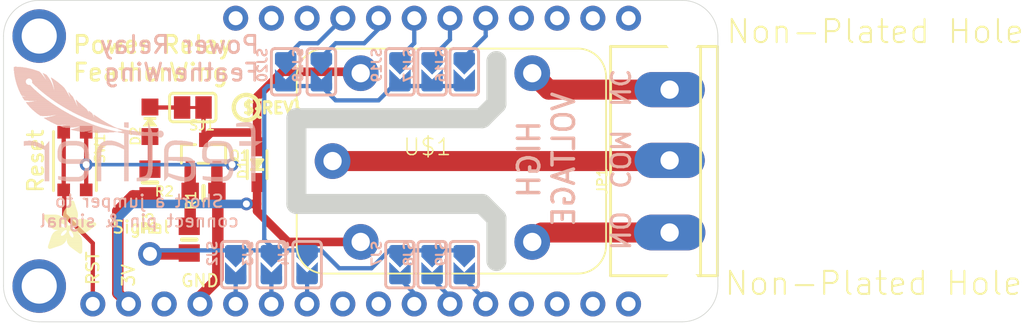
<source format=kicad_pcb>
(kicad_pcb (version 20221018) (generator pcbnew)
  (layers (0 "F.Cu" signal) (31 "B.Cu" signal) (34 "B.Paste" user) (35 "F.Paste" user) (36 "B.SilkS" user "B.Silkscreen") (37 "F.SilkS" user "F.Silkscreen") (38 "B.Mask" user) (39 "F.Mask" user) (44 "Edge.Cuts" user))
  (net 0 "")
  (net 1 "GND")
  (net 2 "N$1")
  (net 3 "N$2")
  (net 4 "N$3")
  (net 5 "3.3V")
  (net 6 "N$4")
  (net 7 "N$22")
  (net 8 "N$26")
  (net 9 "N$25")
  (net 10 "N$7")
  (net 11 "N$8")
  (net 12 "N$9")
  (net 13 "N$10")
  (net 14 "N$11")
  (net 15 "N$12")
  (net 16 "N$13")
  (net 17 "N$14")
  (net 18 "N$15")
  (net 19 "N$18")
  (net 20 "VBAT")
  (net 21 "USB")
  (net 22 "N$16")
  (net 23 "N$17")
  (net 24 "N$19")
  (net 25 "N$20")
  (net 26 "N$21")
  (net 27 "RELAYSIGNAL")
  (footprint "working:SOD-323" (layer "F.Cu") (at 141.1351 105.2576 90)
    (fp_text reference "D1" (at -1.1 -1 90) (layer "F.SilkS") (effects (font (size 0.692831 0.692831) (thickness 0.119969)) (justify left)))
    (fp_text value "1N4148")
    (pad "A" smd rect (at 1.27 0 90) (size 1.35 0.8) (layers "F.Cu" "F.Paste" "F.Mask") (net 6 "N$4"))
    (pad "C" smd rect (at -1.27 0 90) (size 1.35 0.8) (layers "F.Cu" "F.Paste" "F.Mask") (net 5 "3.3V"))
  )
  (footprint "working:RELAY_G5LE-1" (layer "F.Cu") (at 154.8511 105.0036)
    (fp_text reference "U$1" (at -3.4 -1) (layer "F.SilkS") (effects (font (size 1.165987 1.165987) (thickness 0.104013)) (justify left)))
    (fp_text value "RELAY_G5LE")
    (pad "1" thru_hole circle (at -8.35 0) (size 2.54 2.54) (drill 1.3) (layers "*.Cu" "*.Mask") (net 2 "N$1"))
    (pad "2" thru_hole circle (at -6.35 5.75) (size 2.54 2.54) (drill 1.3) (layers "*.Cu" "*.Mask") (net 5 "3.3V"))
    (pad "3" thru_hole circle (at 5.85 5.75) (size 2.54 2.54) (drill 1.3) (layers "*.Cu" "*.Mask") (net 3 "N$2"))
    (pad "4" thru_hole circle (at 5.85 -6.25) (size 2.54 2.54) (drill 1.3) (layers "*.Cu" "*.Mask") (net 4 "N$3"))
    (pad "5" thru_hole circle (at -6.35 -6.25) (size 2.54 2.54) (drill 1.3) (layers "*.Cu" "*.Mask") (net 6 "N$4"))
  )
  (footprint "working:CHIPLED_0805_NOOUTLINE" (layer "F.Cu") (at 133.5151 102.2096)
    (fp_text reference "D2" (at -1.016 1.778 90) (layer "F.SilkS") (effects (font (size 0.692831 0.692831) (thickness 0.119969)) (justify left)))
    (fp_text value "RED")
    (pad "A" smd rect (at 0 1.05) (size 1.2 1.2) (layers "F.Cu" "F.Paste" "F.Mask") (net 8 "N$26"))
    (pad "C" smd rect (at 0 -1.05) (size 1.2 1.2) (layers "F.Cu" "F.Paste" "F.Mask") (net 9 "N$25"))
  )
  (footprint "working:SOLDERJUMPER_CLOSEDWIRE" (layer "F.Cu") (at 136.5631 101.1936 180)
    (fp_text reference "SJ1" (at -1.651 -1.27) (layer "F.SilkS") (effects (font (size 0.692831 0.692831) (thickness 0.119969)) (justify right)))
    (fp_text value "")
    (pad "1" smd rect (at -0.762 0 180) (size 1.1684 1.6002) (layers "F.Cu" "F.Mask") (net 6 "N$4"))
    (pad "2" smd rect (at 0.762 0 180) (size 1.1684 1.6002) (layers "F.Cu" "F.Mask") (net 9 "N$25"))
    (pad "WIRE" smd rect (at 0 0 180) (size 0.635 0.2032) (layers "F.Cu" "F.Mask"))
  )
  (footprint "working:0805-NO" (layer "F.Cu") (at 133.5151 106.5276 -90)
    (fp_text reference "R3" (at 2.032 0.127 90) (layer "F.SilkS") (effects (font (size 0.692831 0.692831) (thickness 0.119969)) (justify right)))
    (fp_text value "1K")
    (pad "1" smd rect (at -0.95 0 270) (size 1.24 1.5) (layers "F.Cu" "F.Paste" "F.Mask") (net 8 "N$26"))
    (pad "2" smd rect (at 0.95 0 270) (size 1.24 1.5) (layers "F.Cu" "F.Paste" "F.Mask") (net 5 "3.3V"))
  )
  (footprint "working:FEATHERWING" (layer "F.Cu") (at 123.1011 116.4336)
    (fp_text reference "MS2" hide)
    (fp_text value "FEATHERWING" hide)
    (fp_line (start 0 -20.32) (end 0 -2.54) (stroke (width 0.05)) (layer "Edge.Cuts"))
    (fp_line (start 2.54 0) (end 48.26 0) (stroke (width 0.05)) (layer "Edge.Cuts"))
    (fp_line (start 48.26 -22.86) (end 2.54 -22.86) (stroke (width 0.05)) (layer "Edge.Cuts"))
    (fp_line (start 50.8 -2.54) (end 50.8 -20.32) (stroke (width 0.05)) (layer "Edge.Cuts"))
    (fp_arc (start 0 -20.32) (mid 0.743949 -22.116051) (end 2.54 -22.86) (stroke (width 0.05)) (layer "Edge.Cuts"))
    (fp_arc (start 2.54 0) (mid 0.743949 -0.743949) (end 0 -2.54) (stroke (width 0.05)) (layer "Edge.Cuts"))
    (fp_arc (start 48.26 -22.86) (mid 50.056051 -22.116051) (end 50.8 -20.32) (stroke (width 0.05)) (layer "Edge.Cuts"))
    (fp_arc (start 50.8 -2.54) (mid 50.056051 -0.743949) (end 48.26 0) (stroke (width 0.05)) (layer "Edge.Cuts"))
    (pad "" np_thru_hole circle (at 48.26 -20.32) (size 2.54 2.54) (drill 2.54) (layers "*.Cu" "*.Mask"))
    (pad "" np_thru_hole circle (at 48.26 -2.54) (size 2.54 2.54) (drill 2.54) (layers "*.Cu" "*.Mask"))
    (pad "1" thru_hole circle (at 6.35 -1.27) (size 1.778 1.778) (drill 1) (layers "*.Cu" "*.Mask") (net 19 "N$18"))
    (pad "2" thru_hole circle (at 8.89 -1.27) (size 1.778 1.778) (drill 1) (layers "*.Cu" "*.Mask") (net 5 "3.3V"))
    (pad "3" thru_hole circle (at 11.43 -1.27) (size 1.778 1.778) (drill 1) (layers "*.Cu" "*.Mask"))
    (pad "4" thru_hole circle (at 13.97 -1.27) (size 1.778 1.778) (drill 1) (layers "*.Cu" "*.Mask") (net 1 "GND"))
    (pad "5" thru_hole circle (at 16.51 -1.27) (size 1.778 1.778) (drill 1) (layers "*.Cu" "*.Mask") (net 18 "N$15"))
    (pad "6" thru_hole circle (at 19.05 -1.27) (size 1.778 1.778) (drill 1) (layers "*.Cu" "*.Mask") (net 17 "N$14"))
    (pad "7" thru_hole circle (at 21.59 -1.27) (size 1.778 1.778) (drill 1) (layers "*.Cu" "*.Mask") (net 16 "N$13"))
    (pad "8" thru_hole circle (at 24.13 -1.27) (size 1.778 1.778) (drill 1) (layers "*.Cu" "*.Mask") (net 15 "N$12"))
    (pad "9" thru_hole circle (at 26.67 -1.27) (size 1.778 1.778) (drill 1) (layers "*.Cu" "*.Mask") (net 14 "N$11"))
    (pad "10" thru_hole circle (at 29.21 -1.27) (size 1.778 1.778) (drill 1) (layers "*.Cu" "*.Mask") (net 13 "N$10"))
    (pad "11" thru_hole circle (at 31.75 -1.27) (size 1.778 1.778) (drill 1) (layers "*.Cu" "*.Mask") (net 12 "N$9"))
    (pad "12" thru_hole circle (at 34.29 -1.27) (size 1.778 1.778) (drill 1) (layers "*.Cu" "*.Mask") (net 11 "N$8"))
    (pad "13" thru_hole circle (at 36.83 -1.27) (size 1.778 1.778) (drill 1) (layers "*.Cu" "*.Mask") (net 10 "N$7"))
    (pad "14" thru_hole circle (at 39.37 -1.27) (size 1.778 1.778) (drill 1) (layers "*.Cu" "*.Mask"))
    (pad "15" thru_hole circle (at 41.91 -1.27) (size 1.778 1.778) (drill 1) (layers "*.Cu" "*.Mask"))
    (pad "16" thru_hole circle (at 44.45 -1.27) (size 1.778 1.778) (drill 1) (layers "*.Cu" "*.Mask"))
    (pad "17" thru_hole circle (at 44.45 -21.59) (size 1.778 1.778) (drill 1) (layers "*.Cu" "*.Mask"))
    (pad "18" thru_hole circle (at 41.91 -21.59) (size 1.778 1.778) (drill 1) (layers "*.Cu" "*.Mask"))
    (pad "19" thru_hole circle (at 39.37 -21.59) (size 1.778 1.778) (drill 1) (layers "*.Cu" "*.Mask"))
    (pad "20" thru_hole circle (at 36.83 -21.59) (size 1.778 1.778) (drill 1) (layers "*.Cu" "*.Mask"))
    (pad "21" thru_hole circle (at 34.29 -21.59) (size 1.778 1.778) (drill 1) (layers "*.Cu" "*.Mask") (net 26 "N$21"))
    (pad "22" thru_hole circle (at 31.75 -21.59) (size 1.778 1.778) (drill 1) (layers "*.Cu" "*.Mask") (net 25 "N$20"))
    (pad "23" thru_hole circle (at 29.21 -21.59) (size 1.778 1.778) (drill 1) (layers "*.Cu" "*.Mask") (net 24 "N$19"))
    (pad "24" thru_hole circle (at 26.67 -21.59) (size 1.778 1.778) (drill 1) (layers "*.Cu" "*.Mask") (net 23 "N$17"))
    (pad "25" thru_hole circle (at 24.13 -21.59) (size 1.778 1.778) (drill 1) (layers "*.Cu" "*.Mask") (net 22 "N$16"))
    (pad "26" thru_hole circle (at 21.59 -21.59) (size 1.778 1.778) (drill 1) (layers "*.Cu" "*.Mask") (net 21 "USB"))
    (pad "27" thru_hole circle (at 19.05 -21.59) (size 1.778 1.778) (drill 1) (layers "*.Cu" "*.Mask"))
    (pad "28" thru_hole circle (at 16.51 -21.59) (size 1.778 1.778) (drill 1) (layers "*.Cu" "*.Mask") (net 20 "VBAT"))
    (pad "P$1" thru_hole circle (at 2.54 -20.32) (size 3.81 3.81) (drill 2.5) (layers "*.Cu" "*.Mask"))
    (pad "P$2" thru_hole circle (at 2.54 -2.54) (size 3.81 3.81) (drill 2.5) (layers "*.Cu" "*.Mask"))
  )
  (footprint "working:0805-NO" (layer "F.Cu") (at 137.3251 107.2896 180)
    (fp_text reference "R2" (at 2.032 0.127) (layer "F.SilkS") (effects (font (size 0.692831 0.692831) (thickness 0.119969)) (justify right)))
    (fp_text value "10K")
    (pad "1" smd rect (at -0.95 0 180) (size 1.24 1.5) (layers "F.Cu" "F.Paste" "F.Mask") (net 1 "GND"))
    (pad "2" smd rect (at 0.95 0 180) (size 1.24 1.5) (layers "F.Cu" "F.Paste" "F.Mask") (net 7 "N$22"))
  )
  (footprint "working:PCBFEAT-REV-040" (layer "F.Cu") (at 140.3731 101.1936)
    (fp_text reference "U$5" hide)
    (fp_text value "" hide)
    (fp_text user "${REV}" (at -0.3556 0.508) (layer "F.SilkS") (effects (font (size 0.8128 0.8128) (thickness 0.2032)) (justify left bottom)))
  )
  (footprint "working:BTN_KMR2_4.6X2.8" (layer "F.Cu") (at 128.1811 105.0036 -90)
    (fp_text reference "SW1" (at -2.032 -1.778 90) (layer "F.SilkS") (effects (font (size 0.692831 0.692831) (thickness 0.119969)) (justify right)))
    (fp_text value "KMR2")
    (pad "A" smd rect (at 2.05 -0.8 270) (size 0.9 0.9) (layers "F.Cu" "F.Paste" "F.Mask") (net 1 "GND"))
    (pad "A'" smd rect (at -2.05 -0.8 270) (size 0.9 0.9) (layers "F.Cu" "F.Paste" "F.Mask") (net 1 "GND"))
    (pad "B" smd rect (at 2.05 0.8 270) (size 0.9 0.9) (layers "F.Cu" "F.Paste" "F.Mask") (net 19 "N$18"))
    (pad "B'" smd rect (at -2.05 0.8 270) (size 0.9 0.9) (layers "F.Cu" "F.Paste" "F.Mask") (net 19 "N$18"))
  )
  (footprint "working:TERMBLOCK_1X3_5.08MM" (layer "F.Cu") (at 170.4721 105.0036 90)
    (fp_text reference "JP1" (at -2.45 -4.79 90) (layer "F.SilkS") (effects (font (size 0.692831 0.692831) (thickness 0.119969)) (justify left)))
    (fp_text value "")
    (pad "1" thru_hole oval (at 5.08 0 180) (size 5 2.5) (drill 1.3) (layers "*.Cu" "*.Mask") (net 4 "N$3"))
    (pad "2" thru_hole oval (at 0.05 0 180) (size 5 2.5) (drill 1.3) (layers "*.Cu" "*.Mask") (net 2 "N$1"))
    (pad "3" thru_hole oval (at -5.08 0 180) (size 5.08 2.54) (drill 1.3) (layers "*.Cu" "*.Mask") (net 3 "N$2"))
  )
  (footprint "working:1X01_ROUND" (layer "F.Cu") (at 133.5151 111.6076)
    (fp_text reference "JP2" (at -1.3462 -1.8288) (layer "F.SilkS") (effects (font (size 0.692831 0.692831) (thickness 0.119969)) (justify left)))
    (fp_text value "")
    (pad "1" thru_hole circle (at 0 0 90) (size 1.6764 1.6764) (drill 1) (layers "*.Cu" "*.Mask") (net 27 "RELAYSIGNAL"))
  )
  (footprint "working:SOT23-R" (layer "F.Cu") (at 137.3251 104.4956)
    (fp_text reference "Q1" (at 1.778 0.127) (layer "F.SilkS") (effects (font (size 0.692831 0.692831) (thickness 0.119969)) (justify left)))
    (fp_text value "MMBT2222")
    (pad "1" smd rect (at -0.95 1) (size 0.635 1.016) (layers "F.Cu" "F.Paste" "F.Mask") (net 7 "N$22"))
    (pad "2" smd rect (at 0.95 1) (size 0.635 1.016) (layers "F.Cu" "F.Paste" "F.Mask") (net 1 "GND"))
    (pad "3" smd rect (at 0 -1) (size 0.635 1.016) (layers "F.Cu" "F.Paste" "F.Mask") (net 6 "N$4"))
  )
  (footprint "working:ADAFRUIT_3.5MM" (layer "F.Cu") (at 125.8951 111.6076)
    (fp_text reference "U$6" hide)
    (fp_text value "" hide)
  )
  (footprint "working:0805-NO" (layer "F.Cu") (at 136.3091 110.5916 90)
    (fp_text reference "R1" (at 2.032 0.127 90) (layer "F.SilkS") (effects (font (size 0.692831 0.692831) (thickness 0.119969)) (justify left)))
    (fp_text value "1K")
    (pad "1" smd rect (at -0.95 0 90) (size 1.24 1.5) (layers "F.Cu" "F.Paste" "F.Mask") (net 27 "RELAYSIGNAL"))
    (pad "2" smd rect (at 0.95 0 90) (size 1.24 1.5) (layers "F.Cu" "F.Paste" "F.Mask") (net 7 "N$22"))
  )
  (footprint "working:SOLDERJUMPER_ARROW_NOPASTE" (layer "B.Cu") (at 143.1671 98.6536 -90)
    (fp_text reference "SJ20" (at -1.778 1.27 90) (layer "B.SilkS") (effects (font (size 0.666496 0.666496) (thickness 0.146304)) (justify left bottom mirror)))
    (fp_text value "")
    (fp_poly (pts (xy 0.201021 0) (xy -0.560979 -0.762) (xy -1.1684 -0.762) (xy -1.1684 0.762) (xy -0.560979 0.762)) (fill solid) (layer "B.Cu"))
    (fp_poly (pts (xy 1.1684 -0.762) (xy -0.186831 -0.762) (xy 0.548892 0) (xy -0.186831 0.762) (xy 1.1684 0.762)) (fill solid) (layer "B.Cu"))
    (pad "1" smd roundrect (at -1.016 0 270) (size 0.762 1.524) (layers "B.Cu") (net 22 "N$16"))
    (pad "2" smd roundrect (at 1.016 0 270) (size 0.762 1.524) (layers "B.Cu") (net 27 "RELAYSIGNAL"))
  )
  (footprint "working:SOLDERJUMPER_ARROW_NOPASTE" (layer "B.Cu") (at 153.5811 98.6536 -90)
    (fp_text reference "SJ17" (at -1.778 1.27 90) (layer "B.SilkS") (effects (font (size 0.666496 0.666496) (thickness 0.146304)) (justify left bottom mirror)))
    (fp_text value "")
    (fp_poly (pts (xy 0.201021 0) (xy -0.560979 -0.762) (xy -1.1684 -0.762) (xy -1.1684 0.762) (xy -0.560979 0.762)) (fill solid) (layer "B.Cu"))
    (fp_poly (pts (xy 1.1684 -0.762) (xy -0.186831 -0.762) (xy 0.548892 0) (xy -0.186831 0.762) (xy 1.1684 0.762)) (fill solid) (layer "B.Cu"))
    (pad "1" smd roundrect (at -1.016 0 270) (size 0.762 1.524) (layers "B.Cu") (net 25 "N$20"))
    (pad "2" smd roundrect (at 1.016 0 270) (size 0.762 1.524) (layers "B.Cu") (net 27 "RELAYSIGNAL"))
  )
  (footprint "working:SOLDERJUMPER_ARROW_NOPASTE" (layer "B.Cu") (at 151.2951 112.3696 -90)
    (fp_text reference "SJ7" (at -1.778 1.27 90) (layer "B.SilkS") (effects (font (size 0.666496 0.666496) (thickness 0.146304)) (justify left bottom mirror)))
    (fp_text value "")
    (fp_poly (pts (xy 0.201021 0) (xy -0.560979 -0.762) (xy -1.1684 -0.762) (xy -1.1684 0.762) (xy -0.560979 0.762)) (fill solid) (layer "B.Cu"))
    (fp_poly (pts (xy 1.1684 -0.762) (xy -0.186831 -0.762) (xy 0.548892 0) (xy -0.186831 0.762) (xy 1.1684 0.762)) (fill solid) (layer "B.Cu"))
    (pad "1" smd roundrect (at -1.016 0 270) (size 0.762 1.524) (layers "B.Cu") (net 27 "RELAYSIGNAL"))
    (pad "2" smd roundrect (at 1.016 0 270) (size 0.762 1.524) (layers "B.Cu") (net 13 "N$10"))
  )
  (footprint "working:SOLDERJUMPER_ARROW_NOPASTE" (layer "B.Cu") (at 155.8671 112.3696 -90)
    (fp_text reference "SJ9" (at -1.778 1.27 90) (layer "B.SilkS") (effects (font (size 0.666496 0.666496) (thickness 0.146304)) (justify left bottom mirror)))
    (fp_text value "")
    (fp_poly (pts (xy 0.201021 0) (xy -0.560979 -0.762) (xy -1.1684 -0.762) (xy -1.1684 0.762) (xy -0.560979 0.762)) (fill solid) (layer "B.Cu"))
    (fp_poly (pts (xy 1.1684 -0.762) (xy -0.186831 -0.762) (xy 0.548892 0) (xy -0.186831 0.762) (xy 1.1684 0.762)) (fill solid) (layer "B.Cu"))
    (pad "1" smd roundrect (at -1.016 0 270) (size 0.762 1.524) (layers "B.Cu") (net 27 "RELAYSIGNAL"))
    (pad "2" smd roundrect (at 1.016 0 270) (size 0.762 1.524) (layers "B.Cu") (net 11 "N$8"))
  )
  (footprint "working:FEATHERLOGO_MED" (layer "B.Cu") (at 141.6431 106.5276 180)
    (fp_text reference "U$7" hide)
    (fp_text value "" hide)
  )
  (footprint "working:SOLDERJUMPER_ARROW_NOPASTE" (layer "B.Cu") (at 151.2951 98.6536 -90)
    (fp_text reference "SJ19" (at -1.778 1.27 90) (layer "B.SilkS") (effects (font (size 0.666496 0.666496) (thickness 0.146304)) (justify left bottom mirror)))
    (fp_text value "")
    (fp_poly (pts (xy 0.201021 0) (xy -0.560979 -0.762) (xy -1.1684 -0.762) (xy -1.1684 0.762) (xy -0.560979 0.762)) (fill solid) (layer "B.Cu"))
    (fp_poly (pts (xy 1.1684 -0.762) (xy -0.186831 -0.762) (xy 0.548892 0) (xy -0.186831 0.762) (xy 1.1684 0.762)) (fill solid) (layer "B.Cu"))
    (pad "1" smd roundrect (at -1.016 0 270) (size 0.762 1.524) (layers "B.Cu") (net 24 "N$19"))
    (pad "2" smd roundrect (at 1.016 0 270) (size 0.762 1.524) (layers "B.Cu") (net 27 "RELAYSIGNAL"))
  )
  (footprint "working:SOLDERJUMPER_ARROW_NOPASTE" (layer "B.Cu") (at 144.6911 112.3696 -90)
    (fp_text reference "SJ4" (at -1.778 1.27 90) (layer "B.SilkS") (effects (font (size 0.666496 0.666496) (thickness 0.146304)) (justify left bottom mirror)))
    (fp_text value "")
    (fp_poly (pts (xy 0.201021 0) (xy -0.560979 -0.762) (xy -1.1684 -0.762) (xy -1.1684 0.762) (xy -0.560979 0.762)) (fill solid) (layer "B.Cu"))
    (fp_poly (pts (xy 1.1684 -0.762) (xy -0.186831 -0.762) (xy 0.548892 0) (xy -0.186831 0.762) (xy 1.1684 0.762)) (fill solid) (layer "B.Cu"))
    (pad "1" smd roundrect (at -1.016 0 270) (size 0.762 1.524) (layers "B.Cu") (net 27 "RELAYSIGNAL"))
    (pad "2" smd roundrect (at 1.016 0 270) (size 0.762 1.524) (layers "B.Cu") (net 16 "N$13"))
  )
  (footprint "working:SOLDERJUMPER_ARROW_NOPASTE" (layer "B.Cu") (at 153.5811 112.3696 -90)
    (fp_text reference "SJ8" (at -1.778 1.27 90) (layer "B.SilkS") (effects (font (size 0.666496 0.666496) (thickness 0.146304)) (justify left bottom mirror)))
    (fp_text value "")
    (fp_poly (pts (xy 0.201021 0) (xy -0.560979 -0.762) (xy -1.1684 -0.762) (xy -1.1684 0.762) (xy -0.560979 0.762)) (fill solid) (layer "B.Cu"))
    (fp_poly (pts (xy 1.1684 -0.762) (xy -0.186831 -0.762) (xy 0.548892 0) (xy -0.186831 0.762) (xy 1.1684 0.762)) (fill solid) (layer "B.Cu"))
    (pad "1" smd roundrect (at -1.016 0 270) (size 0.762 1.524) (layers "B.Cu") (net 27 "RELAYSIGNAL"))
    (pad "2" smd roundrect (at 1.016 0 270) (size 0.762 1.524) (layers "B.Cu") (net 12 "N$9"))
  )
  (footprint "working:SOLDERJUMPER_ARROW_NOPASTE" (layer "B.Cu") (at 139.6111 112.3696 -90)
    (fp_text reference "SJ2" (at -1.778 1.27 90) (layer "B.SilkS") (effects (font (size 0.666496 0.666496) (thickness 0.146304)) (justify left bottom mirror)))
    (fp_text value "")
    (fp_poly (pts (xy 0.201021 0) (xy -0.560979 -0.762) (xy -1.1684 -0.762) (xy -1.1684 0.762) (xy -0.560979 0.762)) (fill solid) (layer "B.Cu"))
    (fp_poly (pts (xy 1.1684 -0.762) (xy -0.186831 -0.762) (xy 0.548892 0) (xy -0.186831 0.762) (xy 1.1684 0.762)) (fill solid) (layer "B.Cu"))
    (pad "1" smd roundrect (at -1.016 0 270) (size 0.762 1.524) (layers "B.Cu") (net 27 "RELAYSIGNAL"))
    (pad "2" smd roundrect (at 1.016 0 270) (size 0.762 1.524) (layers "B.Cu") (net 18 "N$15"))
  )
  (footprint "working:SOLDERJUMPER_ARROW_NOPASTE" (layer "B.Cu") (at 145.7071 98.6536 -90)
    (fp_text reference "SJ18" (at -1.778 1.27 90) (layer "B.SilkS") (effects (font (size 0.666496 0.666496) (thickness 0.146304)) (justify left bottom mirror)))
    (fp_text value "")
    (fp_poly (pts (xy 0.201021 0) (xy -0.560979 -0.762) (xy -1.1684 -0.762) (xy -1.1684 0.762) (xy -0.560979 0.762)) (fill solid) (layer "B.Cu"))
    (fp_poly (pts (xy 1.1684 -0.762) (xy -0.186831 -0.762) (xy 0.548892 0) (xy -0.186831 0.762) (xy 1.1684 0.762)) (fill solid) (layer "B.Cu"))
    (pad "1" smd roundrect (at -1.016 0 270) (size 0.762 1.524) (layers "B.Cu") (net 23 "N$17"))
    (pad "2" smd roundrect (at 1.016 0 270) (size 0.762 1.524) (layers "B.Cu") (net 27 "RELAYSIGNAL"))
  )
  (footprint "working:SOLDERJUMPER_ARROW_NOPASTE" (layer "B.Cu") (at 142.1511 112.3696 -90)
    (fp_text reference "SJ3" (at -1.778 1.27 90) (layer "B.SilkS") (effects (font (size 0.666496 0.666496) (thickness 0.146304)) (justify left bottom mirror)))
    (fp_text value "")
    (fp_poly (pts (xy 0.201021 0) (xy -0.560979 -0.762) (xy -1.1684 -0.762) (xy -1.1684 0.762) (xy -0.560979 0.762)) (fill solid) (layer "B.Cu"))
    (fp_poly (pts (xy 1.1684 -0.762) (xy -0.186831 -0.762) (xy 0.548892 0) (xy -0.186831 0.762) (xy 1.1684 0.762)) (fill solid) (layer "B.Cu"))
    (pad "1" smd roundrect (at -1.016 0 270) (size 0.762 1.524) (layers "B.Cu") (net 27 "RELAYSIGNAL"))
    (pad "2" smd roundrect (at 1.016 0 270) (size 0.762 1.524) (layers "B.Cu") (net 17 "N$14"))
  )
  (footprint "working:SOLDERJUMPER_ARROW_NOPASTE" (layer "B.Cu") (at 155.8671 98.6536 -90)
    (fp_text reference "SJ16" (at -1.778 1.27 90) (layer "B.SilkS") (effects (font (size 0.666496 0.666496) (thickness 0.146304)) (justify left bottom mirror)))
    (fp_text value "")
    (fp_poly (pts (xy 0.201021 0) (xy -0.560979 -0.762) (xy -1.1684 -0.762) (xy -1.1684 0.762) (xy -0.560979 0.762)) (fill solid) (layer "B.Cu"))
    (fp_poly (pts (xy 1.1684 -0.762) (xy -0.186831 -0.762) (xy 0.548892 0) (xy -0.186831 0.762) (xy 1.1684 0.762)) (fill solid) (layer "B.Cu"))
    (pad "1" smd roundrect (at -1.016 0 270) (size 0.762 1.524) (layers "B.Cu") (net 26 "N$21"))
    (pad "2" smd roundrect (at 1.016 0 270) (size 0.762 1.524) (layers "B.Cu") (net 27 "RELAYSIGNAL"))
  )
  (gr_line (start 158.1531 100.9396) (end 157.1371 101.9556) (stroke (width 1.4224)) (layer "Edge.Cuts"))
  (gr_line (start 157.1371 108.0516) (end 158.1531 109.0676) (stroke (width 1.4224)) (layer "Edge.Cuts"))
  (gr_line (start 157.1371 101.9556) (end 143.9291 101.9556) (stroke (width 1.4224)) (layer "Edge.Cuts"))
  (gr_line (start 158.1531 109.0676) (end 158.1531 112.1156) (stroke (width 1.4224)) (layer "Edge.Cuts"))
  (gr_line (start 143.9291 101.9556) (end 143.9291 108.0516) (stroke (width 1.4224)) (layer "Edge.Cuts"))
  (gr_line (start 158.1531 97.8916) (end 158.1531 100.9396) (stroke (width 1.4224)) (layer "Edge.Cuts"))
  (gr_line (start 143.9291 108.0516) (end 157.1371 108.0516) (stroke (width 1.4224)) (layer "Edge.Cuts"))
  (gr_text "HIGH\nVOLTAGE" (at 161.7091 104.8766 -270) (layer "B.SilkS") (effects (font (size 1.52908 1.52908) (thickness 0.24892)) (justify mirror)))
  (gr_text "NC" (at 166.9161 99.7966 -90) (layer "B.SilkS") (effects (font (size 1.31064 1.31064) (thickness 0.21336)) (justify mirror)))
  (gr_text "COM" (at 166.9161 104.8766 -90) (layer "B.SilkS") (effects (font (size 1.31064 1.31064) (thickness 0.21336)) (justify mirror)))
  (gr_text "Power Relay\nFeatherWing" (at 141.3891 99.4156) (layer "B.SilkS") (effects (font (size 1.223264 1.223264) (thickness 0.199136)) (justify left bottom mirror)))
  (gr_text "NO" (at 166.9161 109.9566 -90) (layer "B.SilkS") (effects (font (size 1.31064 1.31064) (thickness 0.21336)) (justify mirror)))
  (gr_text "Short a jumper to\nconnect pin & signal" (at 132.7531 108.5596) (layer "B.SilkS") (effects (font (size 0.87376 0.87376) (thickness 0.14224)) (justify mirror)))
  (gr_text "Reset" (at 125.3871 105.0036 90) (layer "F.SilkS") (effects (font (size 1.0922 1.0922) (thickness 0.1778))))
  (gr_text "Non-Plated Hole" (at 174.4091 96.7486) (layer "F.SilkS") (effects (font (size 1.63576 1.63576) (thickness 0.14224)) (justify left bottom)))
  (gr_text "GND" (at 137.0711 113.5126) (layer "F.SilkS") (effects (font (size 0.87376 0.87376) (thickness 0.14224))))
  (gr_text "Power Relay\nFeatherWing" (at 127.9271 99.4156) (layer "F.SilkS") (effects (font (size 1.223264 1.223264) (thickness 0.199136)) (justify left bottom)))
  (gr_text "RST" (at 129.4511 112.6236 90) (layer "F.SilkS") (effects (font (size 0.87376 0.87376) (thickness 0.14224))))
  (gr_text "Non-Plated Hole" (at 174.2821 114.6556) (layer "F.SilkS") (effects (font (size 1.63576 1.63576) (thickness 0.14224)) (justify left bottom)))
  (gr_text "3V" (at 131.9911 113.1316 90) (layer "F.SilkS") (effects (font (size 0.87376 0.87376) (thickness 0.14224))))
  (gr_text "Signal" (at 132.8801 109.7026) (layer "F.SilkS") (effects (font (size 0.87376 0.87376) (thickness 0.14224))))
  (segment (start 137.0711 114.6556) (end 138.3411 113.3856) (width 0.8128) (layer "F.Cu") (net 1))
  (segment (start 138.2751 107.2896) (end 138.2751 105.4956) (width 0.8128) (layer "F.Cu") (net 1))
  (segment (start 128.9811 105.2576) (end 128.9811 102.9536) (width 0.3048) (layer "F.Cu") (net 1))
  (segment (start 138.5131 105.2576) (end 139.3571 105.2576) (width 0.254) (layer "F.Cu") (net 1))
  (segment (start 138.3411 113.3856) (end 138.3411 107.3556) (width 0.8128) (layer "F.Cu") (net 1))
  (segment (start 138.3411 107.3556) (end 138.2751 107.2896) (width 0.8128) (layer "F.Cu") (net 1))
  (segment (start 128.9811 107.0536) (end 128.9811 105.2576) (width 0.3048) (layer "F.Cu") (net 1))
  (segment (start 138.2751 105.4956) (end 138.5131 105.2576) (width 0.254) (layer "F.Cu") (net 1))
  (segment (start 137.0711 115.1636) (end 137.0711 114.6556) (width 0.8128) (layer "F.Cu") (net 1))
  (via (at 128.9811 105.2576) (size 0.9064) (drill 0.5) (layers "F.Cu" "B.Cu") (net 1))
  (via (at 139.3571 105.2576) (size 0.9064) (drill 0.5) (layers "F.Cu" "B.Cu") (net 1))
  (segment (start 139.3571 105.2576) (end 128.9811 105.2576) (width 0.254) (layer "B.Cu") (net 1))
  (segment (start 170.1411 104.9536) (end 170.4721 104.9536) (width 1.4224) (layer "F.Cu") (net 2))
  (segment (start 146.5011 105.0036) (end 170.0911 105.0036) (width 1.4224) (layer "F.Cu") (net 2))
  (segment (start 170.0911 105.0036) (end 170.1411 104.9536) (width 1.4224) (layer "F.Cu") (net 2))
  (segment (start 160.7011 110.7536) (end 161.3711 110.0836) (width 1.4224) (layer "F.Cu") (net 3))
  (segment (start 161.3711 110.0836) (end 170.4721 110.0836) (width 1.4224) (layer "F.Cu") (net 3))
  (segment (start 160.7011 98.7536) (end 161.8711 99.9236) (width 1.4224) (layer "F.Cu") (net 4))
  (segment (start 161.8711 99.9236) (end 170.4721 99.9236) (width 1.4224) (layer "F.Cu") (net 4))
  (segment (start 141.1351 108.0516) (end 141.1351 106.5276) (width 0.6096) (layer "F.Cu") (net 5))
  (segment (start 141.1351 108.5596) (end 141.1351 108.0516) (width 0.6096) (layer "F.Cu") (net 5))
  (segment (start 132.3111 107.4776) (end 133.5151 107.4776) (width 0.8128) (layer "F.Cu") (net 5))
  (segment (start 131.2291 108.5596) (end 132.3111 107.4776) (width 0.8128) (layer "F.Cu") (net 5))
  (segment (start 131.2291 114.4016) (end 131.2291 108.5596) (width 0.8128) (layer "F.Cu") (net 5))
  (segment (start 148.5011 110.7536) (end 143.3291 110.7536) (width 0.6096) (layer "F.Cu") (net 5))
  (segment (start 143.3291 110.7536) (end 141.1351 108.5596) (width 0.6096) (layer "F.Cu") (net 5))
  (segment (start 131.9911 115.1636) (end 131.2291 114.4016) (width 0.8128) (layer "F.Cu") (net 5))
  (segment (start 140.3731 108.0516) (end 141.1351 108.0516) (width 0.6096) (layer "F.Cu") (net 5))
  (via (at 140.3731 108.0516) (size 0.9064) (drill 0.5) (layers "F.Cu" "B.Cu") (net 5))
  (segment (start 132.2451 108.0516) (end 140.3731 108.0516) (width 0.6096) (layer "B.Cu") (net 5))
  (segment (start 131.2291 109.0676) (end 132.2451 108.0516) (width 0.6096) (layer "B.Cu") (net 5))
  (segment (start 131.9911 115.1636) (end 131.2291 114.4016) (width 0.6096) (layer "B.Cu") (net 5))
  (segment (start 131.2291 114.4016) (end 131.2291 109.0676) (width 0.6096) (layer "B.Cu") (net 5))
  (segment (start 141.1351 103.9876) (end 141.1351 102.9716) (width 0.6096) (layer "F.Cu") (net 6))
  (segment (start 142.9131 98.6536) (end 148.4011 98.6536) (width 0.6096) (layer "F.Cu") (net 6))
  (segment (start 141.1351 100.4316) (end 142.9131 98.6536) (width 0.6096) (layer "F.Cu") (net 6))
  (segment (start 137.3251 101.1936) (end 137.3251 103.4956) (width 0.3048) (layer "F.Cu") (net 6))
  (segment (start 137.3251 103.4956) (end 137.8491 102.9716) (width 0.6096) (layer "F.Cu") (net 6))
  (segment (start 148.4011 98.6536) (end 148.5011 98.7536) (width 0.6096) (layer "F.Cu") (net 6))
  (segment (start 137.8491 102.9716) (end 141.1351 102.9716) (width 0.6096) (layer "F.Cu") (net 6))
  (segment (start 141.1351 102.9716) (end 141.1351 100.4316) (width 0.6096) (layer "F.Cu") (net 6))
  (segment (start 136.3751 105.4956) (end 136.3751 107.2896) (width 0.8128) (layer "F.Cu") (net 7))
  (segment (start 136.3751 109.5756) (end 136.3091 109.6416) (width 0.8128) (layer "F.Cu") (net 7))
  (segment (start 136.3751 107.2896) (end 136.3751 109.5756) (width 0.8128) (layer "F.Cu") (net 7))
  (segment (start 133.5151 105.5776) (end 133.5151 103.2596) (width 0.3048) (layer "F.Cu") (net 8))
  (segment (start 133.5151 101.1596) (end 133.5491 101.1936) (width 0.3048) (layer "F.Cu") (net 9))
  (segment (start 133.5491 101.1936) (end 135.8011 101.1936) (width 0.3048) (layer "F.Cu") (net 9))
  (segment (start 155.8671 113.3856) (end 157.3911 114.9096) (width 0.3048) (layer "B.Cu") (net 11))
  (segment (start 157.3911 114.9096) (end 157.3911 115.1636) (width 0.3048) (layer "B.Cu") (net 11))
  (segment (start 153.5811 113.3856) (end 154.8511 114.6556) (width 0.3048) (layer "B.Cu") (net 12))
  (segment (start 154.8511 114.6556) (end 154.8511 115.1636) (width 0.3048) (layer "B.Cu") (net 12))
  (segment (start 152.3111 114.4016) (end 152.3111 115.1636) (width 0.3048) (layer "B.Cu") (net 13))
  (segment (start 151.2951 113.3856) (end 152.3111 114.4016) (width 0.3048) (layer "B.Cu") (net 13))
  (segment (start 144.6911 113.3856) (end 144.6911 115.1636) (width 0.3048) (layer "B.Cu") (net 16))
  (segment (start 142.1511 113.3856) (end 142.1511 115.1636) (width 0.3048) (layer "B.Cu") (net 17))
  (segment (start 139.6111 113.3856) (end 139.6111 115.1636) (width 0.3048) (layer "B.Cu") (net 18))
  (segment (start 129.4511 110.8456) (end 127.4191 108.8136) (width 0.3048) (layer "F.Cu") (net 19))
  (segment (start 127.4191 107.0916) (end 127.3811 107.0536) (width 0.3048) (layer "F.Cu") (net 19))
  (segment (start 127.4191 108.8136) (end 127.4191 107.0916) (width 0.3048) (layer "F.Cu") (net 19))
  (segment (start 129.4511 115.1636) (end 129.4511 110.8456) (width 0.3048) (layer "F.Cu") (net 19))
  (segment (start 127.3811 107.0536) (end 127.3811 102.9536) (width 0.3048) (layer "F.Cu") (net 19))
  (segment (start 143.1671 97.6376) (end 144.1831 96.6216) (width 0.3048) (layer "B.Cu") (net 22))
  (segment (start 144.1831 96.6216) (end 145.4531 96.6216) (width 0.3048) (layer "B.Cu") (net 22))
  (segment (start 145.4531 96.6216) (end 147.2311 94.8436) (width 0.3048) (layer "B.Cu") (net 22))
  (segment (start 145.7071 97.6376) (end 146.7231 96.6216) (width 0.3048) (layer "B.Cu") (net 23))
  (segment (start 148.7551 96.6216) (end 149.7711 95.6056) (width 0.3048) (layer "B.Cu") (net 23))
  (segment (start 146.7231 96.6216) (end 148.7551 96.6216) (width 0.3048) (layer "B.Cu") (net 23))
  (segment (start 149.7711 95.6056) (end 149.7711 94.8436) (width 0.3048) (layer "B.Cu") (net 23))
  (segment (start 151.2951 97.6376) (end 152.3111 96.6216) (width 0.3048) (layer "B.Cu") (net 24))
  (segment (start 152.3111 96.6216) (end 152.3111 94.8436) (width 0.3048) (layer "B.Cu") (net 24))
  (segment (start 154.8511 96.3676) (end 154.8511 94.8436) (width 0.3048) (layer "B.Cu") (net 25))
  (segment (start 153.5811 97.6376) (end 154.8511 96.3676) (width 0.3048) (layer "B.Cu") (net 25))
  (segment (start 155.8671 97.6376) (end 157.3911 96.1136) (width 0.3048) (layer "B.Cu") (net 26))
  (segment (start 157.3911 96.1136) (end 157.3911 94.8436) (width 0.3048) (layer "B.Cu") (net 26))
  (segment (start 136.2431 111.6076) (end 136.3091 111.5416) (width 0.8128) (layer "F.Cu") (net 27))
  (segment (start 133.5151 111.6076) (end 136.2431 111.6076) (width 0.8128) (layer "F.Cu") (net 27))
  (segment (start 141.8971 99.6696) (end 143.1671 99.6696) (width 0.3048) (layer "B.Cu") (net 27))
  (segment (start 142.4051 111.3536) (end 141.6431 110.5916) (width 0.3048) (layer "B.Cu") (net 27))
  (segment (start 151.2951 99.6696) (end 150.7871 99.6696) (width 0.3048) (layer "B.Cu") (net 27))
  (segment (start 145.7071 99.6696) (end 143.1671 99.6696) (width 0.3048) (layer "B.Cu") (net 27))
  (segment (start 149.7711 100.6856) (end 146.7231 100.6856) (width 0.3048) (layer "B.Cu") (net 27))
  (segment (start 146.9771 112.6236) (end 149.2631 112.6236) (width 0.3048) (layer "B.Cu") (net 27))
  (segment (start 141.6431 99.9236) (end 141.8971 99.6696) (width 0.3048) (layer "B.Cu") (net 27))
  (segment (start 153.5811 99.6696) (end 151.2951 99.6696) (width 0.3048) (layer "B.Cu") (net 27))
  (segment (start 149.2631 112.6236) (end 150.5331 111.3536) (width 0.3048) (layer "B.Cu") (net 27))
  (segment (start 144.6911 111.3536) (end 145.7071 111.3536) (width 0.3048) (layer "B.Cu") (net 27))
  (segment (start 133.7691 111.3536) (end 133.5151 111.6076) (width 0.3048) (layer "B.Cu") (net 27))
  (segment (start 153.5811 111.3536) (end 151.2951 111.3536) (width 0.3048) (layer "B.Cu") (net 27))
  (segment (start 141.6431 110.5916) (end 141.6431 99.9236) (width 0.3048) (layer "B.Cu") (net 27))
  (segment (start 155.8671 99.6696) (end 153.5811 99.6696) (width 0.3048) (layer "B.Cu") (net 27))
  (segment (start 139.6111 111.3536) (end 133.7691 111.3536) (width 0.3048) (layer "B.Cu") (net 27))
  (segment (start 144.6911 111.3536) (end 142.1511 111.3536) (width 0.3048) (layer "B.Cu") (net 27))
  (segment (start 150.5331 111.3536) (end 151.2951 111.3536) (width 0.3048) (layer "B.Cu") (net 27))
  (segment (start 150.7871 99.6696) (end 149.7711 100.6856) (width 0.3048) (layer "B.Cu") (net 27))
  (segment (start 142.1511 111.3536) (end 139.6111 111.3536) (width 0.3048) (layer "B.Cu") (net 27))
  (segment (start 145.7071 111.3536) (end 146.9771 112.6236) (width 0.3048) (layer "B.Cu") (net 27))
  (segment (start 146.7231 100.6856) (end 145.7071 99.6696) (width 0.3048) (layer "B.Cu") (net 27))
  (segment (start 155.8671 111.3536) (end 153.5811 111.3536) (width 0.3048) (layer "B.Cu") (net 27))
)
</source>
